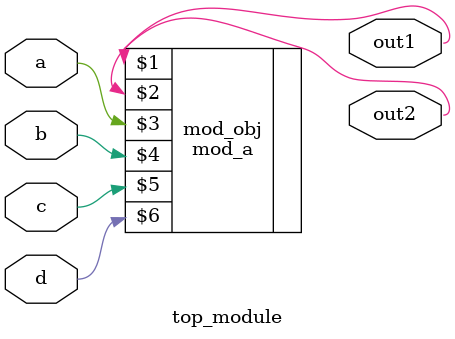
<source format=v>
module top_module ( 
    input a, 
    input b, 
    input c,
    input d,
    output out1,
    output out2
);
    
    mod_a mod_obj(out1, out2, a,b,c,d);

endmodule

</source>
